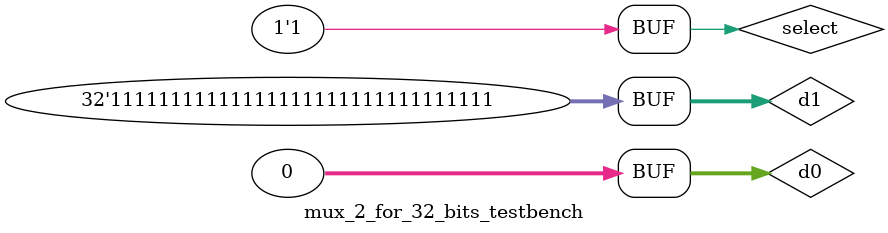
<source format=v>

module mux_2_for_32_bits_testbench();
	
	reg select;
	reg [31:0] d0;
	reg [31:0] d1;
	
	wire [31:0] result;

	mux_2_for_32_bits  _mux(result, d0, d1, select);
	
	initial begin
	//and

	select = 0;
	d0 = 32'b11111111111111111111111111111111;
	d1 = 32'b00000000000000000000000000000000;
	
	#1;
	
	select = 1;
	d0 = 32'b00000000000000000000000000000000;
	d1 = 32'b11111111111111111111111111111111;
	
	end
	
	initial begin
	$monitor("select =>%1b\n  d0=%32b\n  d1=%32b\n  result=%32b\n",select,d0,d1, result);
	end
	
	
endmodule
</source>
